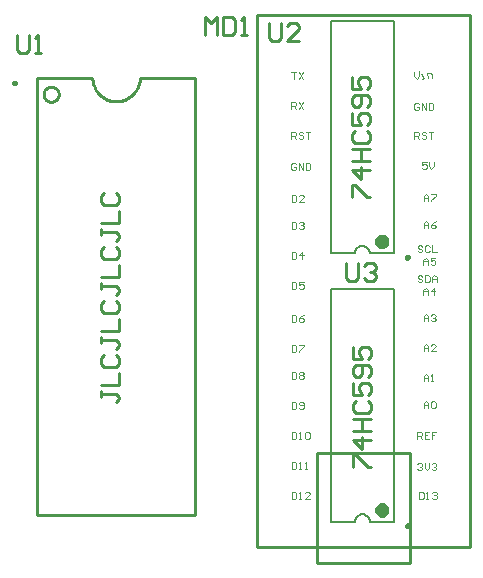
<source format=gto>
%FSTAX23Y23*%
%MOIN*%
%SFA1B1*%

%IPPOS*%
%ADD10C,0.007870*%
%ADD11C,0.009840*%
%ADD12C,0.023620*%
%ADD13C,0.010000*%
%ADD14C,0.003940*%
%LNeeprom_programmer-1*%
%LPD*%
G54D10*
X0394Y01692D02*
D01*
X03939Y01693*
X03939Y01695*
X03939Y01697*
X03939Y01699*
X03938Y017*
X03937Y01702*
X03937Y01703*
X03936Y01705*
X03935Y01706*
X03934Y01708*
X03932Y01709*
X03931Y0171*
X0393Y01711*
X03928Y01712*
X03927Y01713*
X03925Y01714*
X03924Y01715*
X03922Y01715*
X03921Y01716*
X03919Y01716*
X03917Y01717*
X03915Y01717*
X03914*
X03912Y01717*
X0391Y01716*
X03908Y01716*
X03907Y01715*
X03905Y01715*
X03904Y01714*
X03902Y01713*
X03901Y01712*
X03899Y01711*
X03898Y0171*
X03897Y01709*
X03895Y01708*
X03894Y01706*
X03893Y01705*
X03892Y01703*
X03892Y01702*
X03891Y017*
X0389Y01699*
X0389Y01697*
X0389Y01695*
X0389Y01693*
X0389Y01692*
X0394Y02587D02*
D01*
X03939Y02588*
X03939Y0259*
X03939Y02592*
X03939Y02594*
X03938Y02595*
X03937Y02597*
X03937Y02598*
X03936Y026*
X03935Y02601*
X03934Y02603*
X03932Y02604*
X03931Y02605*
X0393Y02606*
X03928Y02607*
X03927Y02608*
X03925Y02609*
X03924Y0261*
X03922Y0261*
X03921Y02611*
X03919Y02611*
X03917Y02612*
X03915Y02612*
X03914*
X03912Y02612*
X0391Y02611*
X03908Y02611*
X03907Y0261*
X03905Y0261*
X03904Y02609*
X03902Y02608*
X03901Y02607*
X03899Y02606*
X03898Y02605*
X03897Y02604*
X03895Y02603*
X03894Y02601*
X03893Y026*
X03892Y02598*
X03892Y02597*
X03891Y02595*
X0389Y02594*
X0389Y02592*
X0389Y0259*
X0389Y02588*
X0389Y02587*
X04019Y01692D02*
Y02467D01*
X0381Y01692D02*
Y02467D01*
X0394Y01692D02*
X04019D01*
X0381D02*
X0389D01*
X0381Y02467D02*
X04019D01*
Y02587D02*
Y03362D01*
X0381Y02587D02*
Y03362D01*
X0394Y02587D02*
X04019D01*
X0381D02*
X0389D01*
X0381Y03362D02*
X04019D01*
G54D11*
X04069Y01678D02*
D01*
X04069Y01679*
X04069Y01679*
X04069Y01679*
X04069Y0168*
X04069Y0168*
X04069Y0168*
X04069Y01681*
X04069Y01681*
X04068Y01681*
X04068Y01681*
X04068Y01682*
X04068Y01682*
X04068Y01682*
X04067Y01682*
X04067Y01683*
X04067Y01683*
X04066Y01683*
X04066Y01683*
X04066Y01683*
X04065Y01683*
X04065Y01683*
X04065Y01683*
X04064*
X04064Y01683*
X04064Y01683*
X04063Y01683*
X04063Y01683*
X04063Y01683*
X04062Y01683*
X04062Y01683*
X04062Y01682*
X04061Y01682*
X04061Y01682*
X04061Y01682*
X04061Y01681*
X04061Y01681*
X0406Y01681*
X0406Y01681*
X0406Y0168*
X0406Y0168*
X0406Y0168*
X0406Y01679*
X0406Y01679*
X0406Y01679*
X0406Y01678*
X0406Y01678*
X0406Y01678*
X0406Y01677*
X0406Y01677*
X0406Y01677*
X0406Y01676*
X0406Y01676*
X0406Y01676*
X04061Y01675*
X04061Y01675*
X04061Y01675*
X04061Y01675*
X04061Y01674*
X04062Y01674*
X04062Y01674*
X04062Y01674*
X04063Y01674*
X04063Y01674*
X04063Y01674*
X04064Y01673*
X04064Y01673*
X04064Y01673*
X04065*
X04065Y01673*
X04065Y01673*
X04066Y01674*
X04066Y01674*
X04066Y01674*
X04067Y01674*
X04067Y01674*
X04067Y01674*
X04068Y01674*
X04068Y01675*
X04068Y01675*
X04068Y01675*
X04068Y01675*
X04069Y01676*
X04069Y01676*
X04069Y01676*
X04069Y01677*
X04069Y01677*
X04069Y01677*
X04069Y01678*
X04069Y01678*
X04069Y01678*
Y02573D02*
D01*
X04069Y02574*
X04069Y02574*
X04069Y02574*
X04069Y02575*
X04069Y02575*
X04069Y02575*
X04069Y02576*
X04069Y02576*
X04068Y02576*
X04068Y02576*
X04068Y02577*
X04068Y02577*
X04068Y02577*
X04067Y02577*
X04067Y02578*
X04067Y02578*
X04066Y02578*
X04066Y02578*
X04066Y02578*
X04065Y02578*
X04065Y02578*
X04065Y02578*
X04064*
X04064Y02578*
X04064Y02578*
X04063Y02578*
X04063Y02578*
X04063Y02578*
X04062Y02578*
X04062Y02578*
X04062Y02577*
X04061Y02577*
X04061Y02577*
X04061Y02577*
X04061Y02576*
X04061Y02576*
X0406Y02576*
X0406Y02576*
X0406Y02575*
X0406Y02575*
X0406Y02575*
X0406Y02574*
X0406Y02574*
X0406Y02574*
X0406Y02573*
X0406Y02573*
X0406Y02573*
X0406Y02572*
X0406Y02572*
X0406Y02572*
X0406Y02571*
X0406Y02571*
X0406Y02571*
X04061Y0257*
X04061Y0257*
X04061Y0257*
X04061Y0257*
X04061Y02569*
X04062Y02569*
X04062Y02569*
X04062Y02569*
X04063Y02569*
X04063Y02569*
X04063Y02569*
X04064Y02568*
X04064Y02568*
X04064Y02568*
X04065*
X04065Y02568*
X04065Y02568*
X04066Y02569*
X04066Y02569*
X04066Y02569*
X04067Y02569*
X04067Y02569*
X04067Y02569*
X04068Y02569*
X04068Y0257*
X04068Y0257*
X04068Y0257*
X04068Y0257*
X04069Y02571*
X04069Y02571*
X04069Y02571*
X04069Y02572*
X04069Y02572*
X04069Y02572*
X04069Y02573*
X04069Y02573*
X04069Y02573*
X02759Y03155D02*
D01*
X02759Y03155*
X02759Y03155*
X02759Y03156*
X02759Y03156*
X02759Y03156*
X02759Y03157*
X02759Y03157*
X02759Y03157*
X02758Y03157*
X02758Y03158*
X02758Y03158*
X02758Y03158*
X02758Y03158*
X02757Y03159*
X02757Y03159*
X02757Y03159*
X02756Y03159*
X02756Y03159*
X02756Y03159*
X02755Y03159*
X02755Y03159*
X02755Y03159*
X02754*
X02754Y03159*
X02754Y03159*
X02753Y03159*
X02753Y03159*
X02753Y03159*
X02752Y03159*
X02752Y03159*
X02752Y03159*
X02751Y03158*
X02751Y03158*
X02751Y03158*
X02751Y03158*
X02751Y03157*
X0275Y03157*
X0275Y03157*
X0275Y03157*
X0275Y03156*
X0275Y03156*
X0275Y03156*
X0275Y03155*
X0275Y03155*
X0275Y03155*
X0275Y03154*
X0275Y03154*
X0275Y03153*
X0275Y03153*
X0275Y03153*
X0275Y03152*
X0275Y03152*
X0275Y03152*
X02751Y03152*
X02751Y03151*
X02751Y03151*
X02751Y03151*
X02751Y03151*
X02752Y0315*
X02752Y0315*
X02752Y0315*
X02753Y0315*
X02753Y0315*
X02753Y0315*
X02754Y0315*
X02754Y0315*
X02754Y0315*
X02755*
X02755Y0315*
X02755Y0315*
X02756Y0315*
X02756Y0315*
X02756Y0315*
X02757Y0315*
X02757Y0315*
X02757Y0315*
X02758Y03151*
X02758Y03151*
X02758Y03151*
X02758Y03151*
X02758Y03152*
X02759Y03152*
X02759Y03152*
X02759Y03152*
X02759Y03153*
X02759Y03153*
X02759Y03153*
X02759Y03154*
X02759Y03154*
X02759Y03155*
G54D12*
X03991Y01731D02*
D01*
X03991Y01732*
X03991Y01733*
X03991Y01734*
X03991Y01734*
X03991Y01735*
X0399Y01736*
X0399Y01737*
X03989Y01737*
X03989Y01738*
X03989Y01739*
X03988Y01739*
X03987Y0174*
X03987Y0174*
X03986Y01741*
X03985Y01741*
X03985Y01742*
X03984Y01742*
X03983Y01742*
X03982Y01743*
X03982Y01743*
X03981Y01743*
X0398Y01743*
X03979*
X03978Y01743*
X03977Y01743*
X03977Y01743*
X03976Y01742*
X03975Y01742*
X03974Y01742*
X03974Y01741*
X03973Y01741*
X03972Y0174*
X03972Y0174*
X03971Y01739*
X0397Y01739*
X0397Y01738*
X03969Y01737*
X03969Y01737*
X03969Y01736*
X03968Y01735*
X03968Y01734*
X03968Y01734*
X03968Y01733*
X03968Y01732*
X03968Y01731*
X03968Y0173*
X03968Y01729*
X03968Y01729*
X03968Y01728*
X03968Y01727*
X03969Y01726*
X03969Y01726*
X03969Y01725*
X0397Y01724*
X0397Y01723*
X03971Y01723*
X03972Y01722*
X03972Y01722*
X03973Y01721*
X03974Y01721*
X03974Y0172*
X03975Y0172*
X03976Y0172*
X03977Y0172*
X03977Y01719*
X03978Y01719*
X03979Y01719*
X0398*
X03981Y01719*
X03982Y01719*
X03982Y0172*
X03983Y0172*
X03984Y0172*
X03985Y0172*
X03985Y01721*
X03986Y01721*
X03987Y01722*
X03987Y01722*
X03988Y01723*
X03989Y01723*
X03989Y01724*
X03989Y01725*
X0399Y01726*
X0399Y01726*
X03991Y01727*
X03991Y01728*
X03991Y01729*
X03991Y01729*
X03991Y0173*
X03991Y01731*
Y02626D02*
D01*
X03991Y02627*
X03991Y02628*
X03991Y02629*
X03991Y02629*
X03991Y0263*
X0399Y02631*
X0399Y02632*
X03989Y02632*
X03989Y02633*
X03989Y02634*
X03988Y02634*
X03987Y02635*
X03987Y02635*
X03986Y02636*
X03985Y02636*
X03985Y02637*
X03984Y02637*
X03983Y02637*
X03982Y02638*
X03982Y02638*
X03981Y02638*
X0398Y02638*
X03979*
X03978Y02638*
X03977Y02638*
X03977Y02638*
X03976Y02637*
X03975Y02637*
X03974Y02637*
X03974Y02636*
X03973Y02636*
X03972Y02635*
X03972Y02635*
X03971Y02634*
X0397Y02634*
X0397Y02633*
X03969Y02632*
X03969Y02632*
X03969Y02631*
X03968Y0263*
X03968Y02629*
X03968Y02629*
X03968Y02628*
X03968Y02627*
X03968Y02626*
X03968Y02625*
X03968Y02624*
X03968Y02624*
X03968Y02623*
X03968Y02622*
X03969Y02621*
X03969Y02621*
X03969Y0262*
X0397Y02619*
X0397Y02618*
X03971Y02618*
X03972Y02617*
X03972Y02617*
X03973Y02616*
X03974Y02616*
X03974Y02615*
X03975Y02615*
X03976Y02615*
X03977Y02615*
X03977Y02614*
X03978Y02614*
X03979Y02614*
X0398*
X03981Y02614*
X03982Y02614*
X03982Y02615*
X03983Y02615*
X03984Y02615*
X03985Y02615*
X03985Y02616*
X03986Y02616*
X03987Y02617*
X03987Y02617*
X03988Y02618*
X03989Y02618*
X03989Y02619*
X03989Y0262*
X0399Y02621*
X0399Y02621*
X03991Y02622*
X03991Y02623*
X03991Y02624*
X03991Y02624*
X03991Y02625*
X03991Y02626*
G54D13*
X03015Y03172D02*
D01*
X03015Y03166*
X03016Y03161*
X03017Y03155*
X03018Y0315*
X0302Y03145*
X03022Y0314*
X03024Y03135*
X03027Y0313*
X0303Y03125*
X03034Y03121*
X03037Y03117*
X03041Y03113*
X03045Y0311*
X0305Y03106*
X03055Y03103*
X03059Y03101*
X03064Y03099*
X0307Y03097*
X03075Y03095*
X0308Y03094*
X03086Y03093*
X03091Y03093*
X03097*
X03102Y03093*
X03108Y03094*
X03113Y03095*
X03118Y03097*
X03123Y03099*
X03128Y03101*
X03133Y03103*
X03138Y03106*
X03142Y0311*
X03147Y03113*
X03151Y03117*
X03154Y03121*
X03158Y03125*
X03161Y0313*
X03163Y03135*
X03166Y0314*
X03168Y03145*
X0317Y0315*
X03171Y03155*
X03172Y03161*
X03173Y03166*
X03173Y03172*
X02902Y03117D02*
D01*
X02902Y03118*
X02902Y0312*
X02902Y03122*
X02901Y03123*
X02901Y03125*
X029Y03127*
X02899Y03128*
X02899Y0313*
X02898Y03131*
X02897Y03133*
X02895Y03134*
X02894Y03135*
X02893Y03136*
X02891Y03137*
X0289Y03138*
X02888Y03139*
X02887Y0314*
X02885Y0314*
X02883Y03141*
X02882Y03141*
X0288Y03141*
X02878Y03142*
X02877*
X02875Y03141*
X02873Y03141*
X02871Y03141*
X0287Y0314*
X02868Y0314*
X02866Y03139*
X02865Y03138*
X02863Y03137*
X02862Y03136*
X02861Y03135*
X02859Y03134*
X02858Y03133*
X02857Y03131*
X02856Y0313*
X02855Y03128*
X02855Y03127*
X02854Y03125*
X02853Y03123*
X02853Y03122*
X02853Y0312*
X02852Y03118*
X02852Y03117*
X02852Y03115*
X02853Y03113*
X02853Y03111*
X02853Y0311*
X02854Y03108*
X02855Y03106*
X02855Y03105*
X02856Y03103*
X02857Y03102*
X02858Y031*
X02859Y03099*
X02861Y03098*
X02862Y03097*
X02863Y03096*
X02865Y03095*
X02866Y03094*
X02868Y03093*
X0287Y03093*
X02871Y03092*
X02873Y03092*
X02875Y03092*
X02877Y03092*
X02878*
X0288Y03092*
X02882Y03092*
X02883Y03092*
X02885Y03093*
X02887Y03093*
X02888Y03094*
X0289Y03095*
X02891Y03096*
X02893Y03097*
X02894Y03098*
X02895Y03099*
X02897Y031*
X02898Y03102*
X02899Y03103*
X02899Y03105*
X029Y03106*
X02901Y03108*
X02901Y0311*
X02902Y03111*
X02902Y03113*
X02902Y03115*
X02902Y03117*
X0283Y01715D02*
Y03172D01*
Y01715D02*
X03356D01*
Y03172*
X03173D02*
X03356D01*
X0283D02*
X03015D01*
X03765Y01555D02*
Y0192D01*
Y01555D02*
X04072D01*
Y0192*
X03765D02*
X04072D01*
X03565Y01608D02*
Y0338D01*
Y01608D02*
X04273D01*
Y0338*
X03565D02*
X04273D01*
X03768Y01607D02*
X04068D01*
X03885Y01875D02*
Y01914D01*
X03895*
X03935Y01875*
X03945*
Y01964D02*
X03885D01*
X03915Y01934*
Y01974*
X03885Y01994D02*
X03945D01*
X03915*
Y02034*
X03885*
X03945*
X03895Y02094D02*
X03885Y02084D01*
Y02064*
X03895Y02054*
X03935*
X03945Y02064*
Y02084*
X03935Y02094*
X03885Y02154D02*
Y02114D01*
X03915*
X03905Y02134*
Y02144*
X03915Y02154*
X03935*
X03945Y02144*
Y02124*
X03935Y02114*
Y02174D02*
X03945Y02184D01*
Y02204*
X03935Y02214*
X03895*
X03885Y02204*
Y02184*
X03895Y02174*
X03905*
X03915Y02184*
Y02214*
X03885Y02274D02*
Y02234D01*
X03915*
X03905Y02254*
Y02264*
X03915Y02274*
X03935*
X03945Y02264*
Y02244*
X03935Y02234*
X0388Y02775D02*
Y02814D01*
X0389*
X0393Y02775*
X0394*
Y02864D02*
X0388D01*
X0391Y02834*
Y02874*
X0388Y02894D02*
X0394D01*
X0391*
Y02934*
X0388*
X0394*
X0389Y02994D02*
X0388Y02984D01*
Y02964*
X0389Y02954*
X0393*
X0394Y02964*
Y02984*
X0393Y02994*
X0388Y03054D02*
Y03014D01*
X0391*
X039Y03034*
Y03044*
X0391Y03054*
X0393*
X0394Y03044*
Y03024*
X0393Y03014*
Y03074D02*
X0394Y03084D01*
Y03104*
X0393Y03114*
X0389*
X0388Y03104*
Y03084*
X0389Y03074*
X039*
X0391Y03084*
Y03114*
X0388Y03174D02*
Y03134D01*
X0391*
X039Y03154*
Y03164*
X0391Y03174*
X0393*
X0394Y03164*
Y03144*
X0393Y03134*
X0386Y02554D02*
Y02505D01*
X0387Y02495*
X0389*
X039Y02505*
Y02554*
X0392Y02544D02*
X03929Y02554D01*
X03949*
X03959Y02544*
Y02535*
X03949Y02525*
X03939*
X03949*
X03959Y02515*
Y02505*
X03949Y02495*
X03929*
X0392Y02505*
X03605Y03354D02*
Y03305D01*
X03615Y03295*
X03635*
X03645Y03305*
Y03354*
X03704Y03295D02*
X03665D01*
X03704Y03335*
Y03344*
X03694Y03354*
X03674*
X03665Y03344*
X03045Y02129D02*
Y02109D01*
Y02119*
X03095*
X03105Y02109*
Y021*
X03095Y0209*
X03045Y02149D02*
X03105D01*
Y02189*
X03055Y02249D02*
X03045Y02239D01*
Y02219*
X03055Y02209*
X03095*
X03105Y02219*
Y02239*
X03095Y02249*
X03045Y02309D02*
Y02289D01*
Y02299*
X03095*
X03105Y02289*
Y02279*
X03095Y02269*
X03045Y02329D02*
X03105D01*
Y02369*
X03055Y02429D02*
X03045Y02419D01*
Y02399*
X03055Y02389*
X03095*
X03105Y02399*
Y02419*
X03095Y02429*
X03045Y02489D02*
Y02469D01*
Y02479*
X03095*
X03105Y02469*
Y02459*
X03095Y02449*
X03045Y02509D02*
X03105D01*
Y02549*
X03055Y02609D02*
X03045Y02599D01*
Y02579*
X03055Y02569*
X03095*
X03105Y02579*
Y02599*
X03095Y02609*
X03045Y02669D02*
Y02649D01*
Y02659*
X03095*
X03105Y02649*
Y02639*
X03095Y02629*
X03045Y02689D02*
X03105D01*
Y02729*
X03055Y02789D02*
X03045Y02779D01*
Y02759*
X03055Y02749*
X03095*
X03105Y02759*
Y02779*
X03095Y02789*
X02765Y03314D02*
Y03265D01*
X02775Y03255*
X02795*
X02805Y03265*
Y03314*
X02824Y03255D02*
X02844D01*
X02834*
Y03314*
X02824Y03304*
X0339Y03315D02*
Y03374D01*
X0341Y03355*
X0343Y03374*
Y03315*
X0345Y03374D02*
Y03315D01*
X03479*
X03489Y03325*
Y03364*
X03479Y03374*
X0345*
X03509Y03315D02*
X03529D01*
X03519*
Y03374*
X03509Y03364*
G54D14*
X0412Y0216D02*
Y02176D01*
X04127Y02183*
X04135Y02176*
Y0216*
Y02172*
X0412*
X04143Y0216D02*
X04151D01*
X04147*
Y02183*
X04143Y02179*
X04115Y02509D02*
X04111Y02513D01*
X04103*
X041Y02509*
Y02506*
X04103Y02502*
X04111*
X04115Y02498*
Y02494*
X04111Y0249*
X04103*
X041Y02494*
X04123Y02513D02*
Y0249D01*
X04135*
X04139Y02494*
Y02509*
X04135Y02513*
X04123*
X04147Y0249D02*
Y02506D01*
X04155Y02513*
X04162Y02506*
Y0249*
Y02502*
X04147*
X04115Y02609D02*
X04111Y02613D01*
X04103*
X041Y02609*
Y02606*
X04103Y02602*
X04111*
X04115Y02598*
Y02594*
X04111Y0259*
X04103*
X041Y02594*
X04139Y02609D02*
X04135Y02613D01*
X04127*
X04123Y02609*
Y02594*
X04127Y0259*
X04135*
X04139Y02594*
X04147Y02613D02*
Y0259D01*
X04162*
X04103Y01792D02*
Y01768D01*
X04115*
X04119Y01772*
Y01788*
X04115Y01792*
X04103*
X04127Y01768D02*
X04135D01*
X04131*
Y01792*
X04127Y01788*
X04147D02*
X04151Y01792D01*
X04159*
X04162Y01788*
Y01784*
X04159Y0178*
X04155*
X04159*
X04162Y01776*
Y01772*
X04159Y01768*
X04151*
X04147Y01772*
X04098Y01883D02*
X04102Y01887D01*
X0411*
X04114Y01883*
Y01879*
X0411Y01875*
X04106*
X0411*
X04114Y01871*
Y01867*
X0411Y01863*
X04102*
X04098Y01867*
X04122Y01887D02*
Y01871D01*
X0413Y01863*
X04138Y01871*
Y01887*
X04146Y01883D02*
X0415Y01887D01*
X04157*
X04161Y01883*
Y01879*
X04157Y01875*
X04154*
X04157*
X04161Y01871*
Y01867*
X04157Y01863*
X0415*
X04146Y01867*
X04098Y01968D02*
Y01992D01*
X0411*
X04114Y01988*
Y0198*
X0411Y01976*
X04098*
X04106D02*
X04114Y01968D01*
X04138Y01992D02*
X04122D01*
Y01968*
X04138*
X04122Y0198D02*
X0413D01*
X04161Y01992D02*
X04146D01*
Y0198*
X04154*
X04146*
Y01968*
X0412Y0207D02*
Y02086D01*
X04127Y02093*
X04135Y02086*
Y0207*
Y02082*
X0412*
X04143Y02089D02*
X04147Y02093D01*
X04155*
X04159Y02089*
Y02074*
X04155Y0207*
X04147*
X04143Y02074*
Y02089*
X0412Y0226D02*
Y02276D01*
X04127Y02283*
X04135Y02276*
Y0226*
Y02272*
X0412*
X04159Y0226D02*
X04143D01*
X04159Y02276*
Y02279*
X04155Y02283*
X04147*
X04143Y02279*
X0412Y0236D02*
Y02376D01*
X04127Y02383*
X04135Y02376*
Y0236*
Y02372*
X0412*
X04143Y02379D02*
X04147Y02383D01*
X04155*
X04159Y02379*
Y02376*
X04155Y02372*
X04151*
X04155*
X04159Y02368*
Y02364*
X04155Y0236*
X04147*
X04143Y02364*
X04118Y02448D02*
Y02464D01*
X04126Y02472*
X04134Y02464*
Y02448*
Y0246*
X04118*
X04154Y02448D02*
Y02472D01*
X04142Y0246*
X04158*
X04118Y02548D02*
Y02564D01*
X04126Y02572*
X04134Y02564*
Y02548*
Y0256*
X04118*
X04158Y02572D02*
X04142D01*
Y0256*
X0415Y02564*
X04154*
X04158Y0256*
Y02552*
X04154Y02548*
X04146*
X04142Y02552*
X0412Y0267D02*
Y02686D01*
X04127Y02693*
X04135Y02686*
Y0267*
Y02682*
X0412*
X04159Y02693D02*
X04151Y02689D01*
X04143Y02682*
Y02674*
X04147Y0267*
X04155*
X04159Y02674*
Y02678*
X04155Y02682*
X04143*
X0412Y0276D02*
Y02776D01*
X04127Y02783*
X04135Y02776*
Y0276*
Y02772*
X0412*
X04143Y02783D02*
X04159D01*
Y02779*
X04143Y02764*
Y0276*
X04129Y02892D02*
X04113D01*
Y0288*
X04121Y02884*
X04125*
X04129Y0288*
Y02872*
X04125Y02868*
X04117*
X04113Y02872*
X04137Y02892D02*
Y02876D01*
X04145Y02868*
X04153Y02876*
Y02892*
X04088Y02968D02*
Y02992D01*
X041*
X04104Y02988*
Y0298*
X041Y02976*
X04088*
X04096D02*
X04104Y02968D01*
X04128Y02988D02*
X04124Y02992D01*
X04116*
X04112Y02988*
Y02984*
X04116Y0298*
X04124*
X04128Y02976*
Y02972*
X04124Y02968*
X04116*
X04112Y02972*
X04136Y02992D02*
X04151D01*
X04144*
Y02968*
X04104Y03083D02*
X041Y03087D01*
X04092*
X04088Y03083*
Y03067*
X04092Y03063*
X041*
X04104Y03067*
Y03075*
X04096*
X04112Y03063D02*
Y03087D01*
X04128Y03063*
Y03087*
X04136D02*
Y03063D01*
X04147*
X04151Y03067*
Y03083*
X04147Y03087*
X04136*
X04087Y03192D02*
X04088Y03176D01*
X04096Y03169*
X04104Y03177*
X04103Y03193*
X04112Y03169D02*
X0412Y0317D01*
X04116Y0317*
X04115Y03185*
X04111Y03185*
X04132Y0317D02*
X04131Y03186D01*
X04143Y03186*
X04147Y03182*
X04147Y03171*
X0368Y01791D02*
Y01768D01*
X03691*
X03695Y01772*
Y01787*
X03691Y01791*
X0368*
X03703Y01768D02*
X03711D01*
X03707*
Y01791*
X03703Y01787*
X03739Y01768D02*
X03723D01*
X03739Y01783*
Y01787*
X03735Y01791*
X03727*
X03723Y01787*
X0368Y01891D02*
Y01868D01*
X03691*
X03695Y01872*
Y01887*
X03691Y01891*
X0368*
X03703Y01868D02*
X03711D01*
X03707*
Y01891*
X03703Y01887*
X03723Y01868D02*
X03731D01*
X03727*
Y01891*
X03723Y01887*
X0368Y01991D02*
Y01968D01*
X03691*
X03695Y01972*
Y01987*
X03691Y01991*
X0368*
X03703Y01968D02*
X03711D01*
X03707*
Y01991*
X03703Y01987*
X03723D02*
X03727Y01991D01*
X03735*
X03739Y01987*
Y01972*
X03735Y01968*
X03727*
X03723Y01972*
Y01987*
X0368Y02091D02*
Y02068D01*
X03691*
X03695Y02072*
Y02087*
X03691Y02091*
X0368*
X03703Y02072D02*
X03707Y02068D01*
X03715*
X03719Y02072*
Y02087*
X03715Y02091*
X03707*
X03703Y02087*
Y02083*
X03707Y0208*
X03719*
X0368Y02191D02*
Y02168D01*
X03691*
X03695Y02172*
Y02187*
X03691Y02191*
X0368*
X03703Y02187D02*
X03707Y02191D01*
X03715*
X03719Y02187*
Y02183*
X03715Y0218*
X03719Y02176*
Y02172*
X03715Y02168*
X03707*
X03703Y02172*
Y02176*
X03707Y0218*
X03703Y02183*
Y02187*
X03707Y0218D02*
X03715D01*
X0368Y02281D02*
Y02258D01*
X03691*
X03695Y02262*
Y02277*
X03691Y02281*
X0368*
X03703D02*
X03719D01*
Y02277*
X03703Y02262*
Y02258*
X0368Y02381D02*
Y02358D01*
X03691*
X03695Y02362*
Y02377*
X03691Y02381*
X0368*
X03719D02*
X03711Y02377D01*
X03703Y0237*
Y02362*
X03707Y02358*
X03715*
X03719Y02362*
Y02366*
X03715Y0237*
X03703*
X0368Y02491D02*
Y02468D01*
X03691*
X03695Y02472*
Y02487*
X03691Y02491*
X0368*
X03719D02*
X03703D01*
Y0248*
X03711Y02483*
X03715*
X03719Y0248*
Y02472*
X03715Y02468*
X03707*
X03703Y02472*
X0368Y02591D02*
Y02568D01*
X03691*
X03695Y02572*
Y02587*
X03691Y02591*
X0368*
X03715Y02568D02*
Y02591D01*
X03703Y0258*
X03719*
X0368Y02691D02*
Y02668D01*
X03691*
X03695Y02672*
Y02687*
X03691Y02691*
X0368*
X03703Y02687D02*
X03707Y02691D01*
X03715*
X03719Y02687*
Y02683*
X03715Y0268*
X03711*
X03715*
X03719Y02676*
Y02672*
X03715Y02668*
X03707*
X03703Y02672*
X0368Y02781D02*
Y02758D01*
X03691*
X03695Y02762*
Y02777*
X03691Y02781*
X0368*
X03719Y02758D02*
X03703D01*
X03719Y02773*
Y02777*
X03715Y02781*
X03707*
X03703Y02777*
X03694Y02883D02*
X0369Y02887D01*
X03682*
X03678Y02883*
Y02867*
X03682Y02863*
X0369*
X03694Y02867*
Y02875*
X03686*
X03702Y02863D02*
Y02887D01*
X03718Y02863*
Y02887*
X03726D02*
Y02863D01*
X03737*
X03741Y02867*
Y02883*
X03737Y02887*
X03726*
X03678Y02968D02*
Y02992D01*
X0369*
X03694Y02988*
Y0298*
X0369Y02976*
X03678*
X03686D02*
X03694Y02968D01*
X03718Y02988D02*
X03714Y02992D01*
X03706*
X03702Y02988*
Y02984*
X03706Y0298*
X03714*
X03718Y02976*
Y02972*
X03714Y02968*
X03706*
X03702Y02972*
X03726Y02992D02*
X03741D01*
X03734*
Y02968*
X03678Y03192D02*
X03694D01*
X03686*
Y03168*
X03702Y03192D02*
X03718Y03168D01*
Y03192D02*
X03702Y03168D01*
X03678Y03068D02*
Y03092D01*
X0369*
X03694Y03088*
Y0308*
X0369Y03076*
X03678*
X03686D02*
X03694Y03068D01*
X03702Y03092D02*
X03718Y03068D01*
Y03092D02*
X03702Y03068D01*
M02*
</source>
